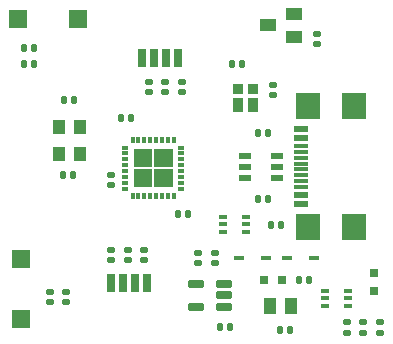
<source format=gtp>
%FSTAX23Y23*%
%MOIN*%
%SFA1B1*%

%IPPOS*%
%AMD20*
4,1,8,-0.006200,-0.010600,0.006200,-0.010600,0.011800,-0.005000,0.011800,0.005000,0.006200,0.010600,-0.006200,0.010600,-0.011800,0.005000,-0.011800,-0.005000,-0.006200,-0.010600,0.0*
1,1,0.011268,-0.006200,-0.005000*
1,1,0.011268,0.006200,-0.005000*
1,1,0.011268,0.006200,0.005000*
1,1,0.011268,-0.006200,0.005000*
%
%AMD24*
4,1,8,-0.010600,0.006200,-0.010600,-0.006200,-0.005000,-0.011800,0.005000,-0.011800,0.010600,-0.006200,0.010600,0.006200,0.005000,0.011800,-0.005000,0.011800,-0.010600,0.006200,0.0*
1,1,0.011268,-0.005000,0.006200*
1,1,0.011268,-0.005000,-0.006200*
1,1,0.011268,0.005000,-0.006200*
1,1,0.011268,0.005000,0.006200*
%
%AMD34*
4,1,8,-0.026600,0.010000,-0.026600,-0.010000,-0.024800,-0.011800,0.024800,-0.011800,0.026600,-0.010000,0.026600,0.010000,0.024800,0.011800,-0.024800,0.011800,-0.026600,0.010000,0.0*
1,1,0.003543,-0.024800,0.010000*
1,1,0.003543,-0.024800,-0.010000*
1,1,0.003543,0.024800,-0.010000*
1,1,0.003543,0.024800,0.010000*
%
G04~CAMADD=20~8~0.0~0.0~236.2~212.6~56.3~0.0~15~0.0~0.0~0.0~0.0~0~0.0~0.0~0.0~0.0~0~0.0~0.0~0.0~180.0~236.0~212.0*
%ADD20D20*%
%ADD21R,0.026000X0.061000*%
%ADD22R,0.032000X0.016000*%
%ADD23R,0.043307X0.051181*%
G04~CAMADD=24~8~0.0~0.0~236.2~212.6~56.3~0.0~15~0.0~0.0~0.0~0.0~0~0.0~0.0~0.0~0.0~0~0.0~0.0~0.0~90.0~212.0~236.0*
%ADD24D24*%
%ADD25R,0.060000X0.060000*%
%ADD26R,0.025591X0.011811*%
%ADD27R,0.078740X0.085827*%
%ADD28R,0.045275X0.011811*%
%ADD29R,0.045275X0.023622*%
%ADD30R,0.031496X0.031496*%
%ADD31R,0.031496X0.031496*%
%ADD32R,0.043307X0.056299*%
%ADD33R,0.060000X0.060000*%
G04~CAMADD=34~8~0.0~0.0~236.2~531.5~17.7~0.0~15~0.0~0.0~0.0~0.0~0~0.0~0.0~0.0~0.0~0~0.0~0.0~0.0~90.0~532.0~236.0*
%ADD34D34*%
%ADD35R,0.038189X0.037401*%
%ADD36R,0.038189X0.045275*%
%ADD37R,0.033465X0.045275*%
%ADD38R,0.033465X0.037401*%
%ADD39R,0.055118X0.039370*%
%ADD40R,0.023622X0.011811*%
%ADD41R,0.011811X0.023622*%
%ADD42R,0.038500X0.022000*%
%LNcoaster-1*%
%LPD*%
G36*
X00521Y00581D02*
X0046D01*
Y0052*
X00521*
Y00581*
G37*
G36*
Y00649D02*
X0046D01*
Y00588*
X00521*
Y00649*
G37*
G36*
X00589Y00581D02*
X00528D01*
Y0052*
X00589*
Y00581*
G37*
G36*
Y00649D02*
X00528D01*
Y00588*
X00589*
Y00649*
G37*
G54D20*
X00385Y00561D03*
Y00528D03*
X0117Y00036D03*
Y0007D03*
X00925Y00828D03*
Y00861D03*
X0051Y00838D03*
Y00871D03*
X00495Y00311D03*
Y00278D03*
X0107Y01031D03*
Y00998D03*
X01225Y00036D03*
Y0007D03*
X0018Y00138D03*
Y00171D03*
X00235D03*
Y00138D03*
X0128Y00036D03*
Y0007D03*
X00675Y00268D03*
Y00301D03*
X0073D03*
Y00268D03*
X00385Y00311D03*
Y00278D03*
X00565Y00838D03*
Y00871D03*
X0062Y00838D03*
Y00871D03*
X0044Y00311D03*
Y00278D03*
G54D21*
X00504Y00202D03*
X00464D03*
X00425D03*
X00385D03*
X00606Y00952D03*
X00567D03*
X00527D03*
X00488D03*
G54D22*
X00901Y00285D03*
X00809D03*
X00969D03*
X01061D03*
G54D23*
X00209Y00722D03*
Y00632D03*
X0028D03*
Y00722D03*
G54D24*
X00981Y00045D03*
X00948D03*
X00608Y0043D03*
X00641D03*
X00451Y0075D03*
X00418D03*
X00748Y00055D03*
X00781D03*
X00126Y00985D03*
X00093D03*
X00821Y0093D03*
X00788D03*
X00951Y00395D03*
X00918D03*
X00126Y0093D03*
X00093D03*
X01043Y0021D03*
X01009D03*
X00906Y0048D03*
X00873D03*
Y007D03*
X00906D03*
X00228Y0081D03*
X00261D03*
X00256Y0056D03*
X00223D03*
G54D25*
X00075Y0108D03*
X00274D03*
G54D26*
X00756Y00371D03*
Y00397D03*
Y00423D03*
X00833D03*
Y00397D03*
Y00371D03*
X01173Y00124D03*
Y0015D03*
Y00175D03*
X01096D03*
Y0015D03*
Y00124D03*
G54D27*
X01195Y00791D03*
Y00388D03*
X0104Y00791D03*
Y00388D03*
G54D28*
X01017Y00599D03*
Y0058D03*
Y00619D03*
Y0056D03*
Y00639D03*
Y0054D03*
Y00658D03*
Y00521D03*
G54D29*
X01017Y00715D03*
Y00684D03*
Y00495D03*
Y00464D03*
G54D30*
X00894Y0021D03*
X00953D03*
G54D31*
X0126Y00234D03*
Y00175D03*
G54D32*
X00984Y00125D03*
X00915D03*
G54D33*
X00085Y0028D03*
Y00081D03*
G54D34*
X00668Y00122D03*
Y00197D03*
X00761D03*
Y0016D03*
Y00122D03*
G54D35*
X00808Y00848D03*
G54D36*
X00808Y00795D03*
G54D37*
X00856Y00795D03*
G54D38*
X00856Y00848D03*
G54D39*
X00906Y0106D03*
X00993Y01097D03*
Y01022D03*
G54D40*
X00432Y00653D03*
Y00634D03*
Y00614D03*
Y00594D03*
Y00575D03*
Y00555D03*
Y00535D03*
Y00516D03*
X00617D03*
Y00535D03*
Y00555D03*
Y00575D03*
Y00594D03*
Y00614D03*
Y00634D03*
Y00653D03*
G54D41*
X00456Y00492D03*
X00475D03*
X00495D03*
X00515D03*
X00534D03*
X00554D03*
X00574D03*
X00593D03*
Y00677D03*
X00574D03*
X00554D03*
X00534D03*
X00515D03*
X00495D03*
X00475D03*
X00456D03*
G54D42*
X00938Y00551D03*
Y00588D03*
Y00625D03*
X0083D03*
Y00588D03*
Y00551D03*
M02*
</source>
